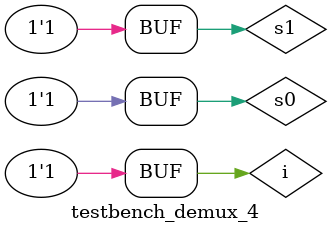
<source format=v>
module not_gate(y,a);
	output y;
	input a;

	//not (y,a)
	nand(y,a,a);
endmodule

module and_gate(y,a,b);
	output y;
	input a,b;
	wire x;
	nand(x,a,b);
	nand(y,x,x);
endmodule

module demux(y0,y1,s,i);
	input s,i;
	output y0,y1;
	wire sbar;
	not_gate not_gate_1(sbar,s);
	and_gate and_gate_1(y0,i,sbar);
	and_gate and_gate_2(y1,i,s);
endmodule

module demux_4(y0,y1,y2,y3,s0,s1,i);
	output y0,y1,y2,y3;
	input i,s0,s1;
	wire a,b;
	demux demux_1(a,b,s0,i);
	demux demux_2(d0,d1,s1,a);
	demux demux_3(d2,d3,s1,b);
endmodule	

module testbench_demux_4();
	wire y0,y1,y2,y3;
	reg i,s0,s1;
	demux_4 demux_4_1(y0,y1,y2,y3,s0,s1,i);
	initial
		begin
			i=11;
			s0=0; s1=0; #10;
			s0=0; s1=1; #10;
			s0=1; s1=0; #10;
			s0=1; s1=1; #10;
		end
endmodule			

</source>
